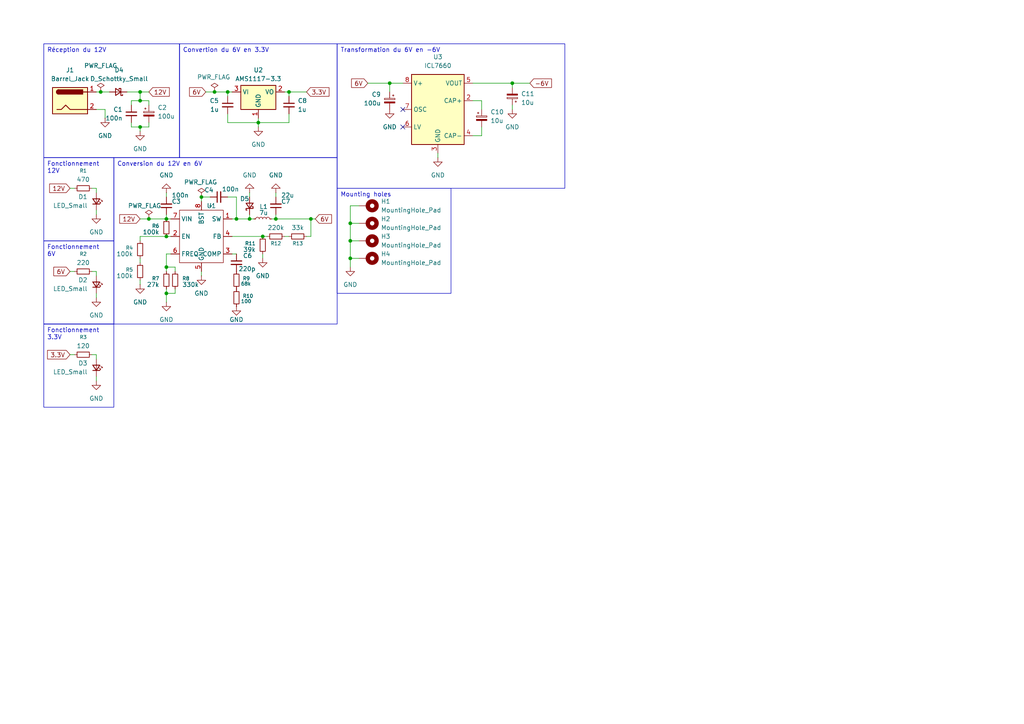
<source format=kicad_sch>
(kicad_sch (version 20250114) (generator "eeschema") (generator_version "9.0")
  (paper "A4")
  (lib_symbols
    (symbol "Connector:Barrel_Jack" (pin_names (offset 1.016))
      (property "Reference" "J" (at 0 5.334 0))
      (property "Value" "Barrel_Jack" (at 0 -5.08 0))
      (symbol "Barrel_Jack_0_1"
        (rectangle (start -5.08 3.81) (end 5.08 -3.81) (stroke (width 0.254)) (fill (type background)))
        (polyline (pts (xy -3.81 -2.54) (xy -2.54 -2.54) (xy -1.27 -1.27) (xy 0 -2.54) (xy 2.54 -2.54) (xy 5.08 -2.54)) (stroke (width 0.254)))
        (arc (start -3.302 1.905) (mid -3.9343 2.54) (end -3.302 3.175) (stroke (width 0.254)))
        (arc (start -3.302 1.905) (mid -3.9343 2.54) (end -3.302 3.175) (stroke (width 0.254)) (fill (type outline)))
        (rectangle (start 3.683 3.175) (end -3.302 1.905) (stroke (width 0.254)) (fill (type outline)))
        (polyline (pts (xy 5.08 2.54) (xy 3.81 2.54)) (stroke (width 0.254)))
      )
      (symbol "Barrel_Jack_1_1"
        (pin passive line (at 7.62 2.54 180) (length 2.54) (name "~") (number "1"))
        (pin passive line (at 7.62 -2.54 180) (length 2.54) (name "~") (number "2"))
      )
    )
    (symbol "Custom_library:MP1584"
      (property "Reference" "U" (at -9.398 10.922 0))
      (symbol "MP1584_0_1"
        (polyline (pts (xy 0 7.62) (xy -6.35 7.62) (xy -6.35 -7.62) (xy 6.35 -7.62) (xy 6.35 7.62) (xy 0 7.62)))
      )
      (symbol "MP1584_1_1"
        (pin power_in line (at -8.89 5.08 0) (length 2.54) (name "VIN") (number "7"))
        (pin input line (at -8.89 0 0) (length 2.54) (name "EN") (number "2"))
        (pin input line (at -8.89 -5.08 0) (length 2.54) (name "FREQ") (number "6"))
        (pin power_in line (at 0 10.16 270) (length 2.54) (name "BST") (number "8"))
        (pin power_out line (at 0 -10.16 90) (length 2.54) (name "GND") (number "5"))
        (pin output line (at 8.89 5.08 180) (length 2.54) (name "SW") (number "1"))
        (pin input line (at 8.89 0 180) (length 2.54) (name "FB") (number "4"))
        (pin bidirectional line (at 8.89 -5.08 180) (length 2.54) (name "COMP") (number "3"))
      )
    )
    (symbol "Device:C_Polarized_Small" (pin_numbers (hide yes)) (pin_names (offset 0.254) (hide yes))
      (property "Reference" "C" (at 0.254 1.778 0))
      (property "Value" "C_Polarized_Small" (at 0.254 -2.032 0))
      (symbol "C_Polarized_Small_0_1"
        (rectangle (start -1.524 0.6858) (end 1.524 0.3048))
        (rectangle (start -1.524 -0.3048) (end 1.524 -0.6858) (fill (type outline)))
        (polyline (pts (xy -1.27 1.524) (xy -0.762 1.524)))
        (polyline (pts (xy -1.016 1.27) (xy -1.016 1.778)))
      )
      (symbol "C_Polarized_Small_1_1"
        (pin passive line (at 0 2.54 270) (length 1.8542) (name "~") (number "1"))
        (pin passive line (at 0 -2.54 90) (length 1.8542) (name "~") (number "2"))
      )
    )
    (symbol "Device:C_Small" (pin_numbers (hide yes)) (pin_names (offset 0.254) (hide yes))
      (property "Reference" "C" (at 0.254 1.778 0))
      (property "Value" "C_Small" (at 0.254 -2.032 0))
      (symbol "C_Small_0_1"
        (polyline (pts (xy -1.524 0.508) (xy 1.524 0.508)) (stroke (width 0.3048)))
        (polyline (pts (xy -1.524 -0.508) (xy 1.524 -0.508)) (stroke (width 0.3302)))
      )
      (symbol "C_Small_1_1"
        (pin passive line (at 0 2.54 270) (length 2.032) (name "~") (number "1"))
        (pin passive line (at 0 -2.54 90) (length 2.032) (name "~") (number "2"))
      )
    )
    (symbol "Device:D_Schottky_Small" (pin_numbers (hide yes)) (pin_names (offset 0.254) (hide yes))
      (property "Reference" "D" (at -1.27 2.032 0))
      (property "Value" "D_Schottky_Small" (at -7.112 -2.032 0))
      (symbol "D_Schottky_Small_0_1"
        (polyline (pts (xy -1.27 0.762) (xy -1.27 1.016) (xy -0.762 1.016) (xy -0.762 -1.016) (xy -0.254 -1.016) (xy -0.254 -0.762)) (stroke (width 0.254)))
        (polyline (pts (xy -0.762 0) (xy 0.762 0)))
        (polyline (pts (xy 0.762 -1.016) (xy -0.762 0) (xy 0.762 1.016) (xy 0.762 -1.016)) (stroke (width 0.254)))
      )
      (symbol "D_Schottky_Small_1_1"
        (pin passive line (at -2.54 0 0) (length 1.778) (name "K") (number "1"))
        (pin passive line (at 2.54 0 180) (length 1.778) (name "A") (number "2"))
      )
    )
    (symbol "Device:LED_Small" (pin_numbers (hide yes)) (pin_names (offset 0.254) (hide yes))
      (property "Reference" "D" (at -1.27 3.175 0))
      (property "Value" "LED_Small" (at -4.445 -2.54 0))
      (symbol "LED_Small_0_1"
        (polyline (pts (xy -0.762 -1.016) (xy -0.762 1.016)) (stroke (width 0.254)))
        (polyline (pts (xy 0 0.762) (xy -0.508 1.27) (xy -0.254 1.27) (xy -0.508 1.27) (xy -0.508 1.016)))
        (polyline (pts (xy 0.508 1.27) (xy 0 1.778) (xy 0.254 1.778) (xy 0 1.778) (xy 0 1.524)))
        (polyline (pts (xy 0.762 -1.016) (xy -0.762 0) (xy 0.762 1.016) (xy 0.762 -1.016)) (stroke (width 0.254)))
        (polyline (pts (xy 1.016 0) (xy -0.762 0)))
      )
      (symbol "LED_Small_1_1"
        (pin passive line (at -2.54 0 0) (length 1.778) (name "K") (number "1"))
        (pin passive line (at 2.54 0 180) (length 1.778) (name "A") (number "2"))
      )
    )
    (symbol "Device:L_Small" (pin_numbers (hide yes)) (pin_names (offset 0.254) (hide yes))
      (property "Reference" "L" (at 0.762 1.016 0))
      (property "Value" "L_Small" (at 0.762 -1.016 0))
      (symbol "L_Small_0_1"
        (arc (start 0 2.032) (mid 0.5058 1.524) (end 0 1.016))
        (arc (start 0 1.016) (mid 0.5058 0.508) (end 0 0))
        (arc (start 0 0) (mid 0.5058 -0.508) (end 0 -1.016))
        (arc (start 0 -1.016) (mid 0.5058 -1.524) (end 0 -2.032))
      )
      (symbol "L_Small_1_1"
        (pin passive line (at 0 2.54 270) (length 0.508) (name "~") (number "1"))
        (pin passive line (at 0 -2.54 90) (length 0.508) (name "~") (number "2"))
      )
    )
    (symbol "Device:R_Small" (pin_numbers (hide yes)) (pin_names (offset 0.254) (hide yes))
      (property "Reference" "R" (at 0 0 90))
      (property "Value" "R_Small" (at 1.778 0 90))
      (symbol "R_Small_0_1"
        (rectangle (start -0.762 1.778) (end 0.762 -1.778) (stroke (width 0.2032)))
      )
      (symbol "R_Small_1_1"
        (pin passive line (at 0 2.54 270) (length 0.762) (name "~") (number "1"))
        (pin passive line (at 0 -2.54 90) (length 0.762) (name "~") (number "2"))
      )
    )
    (symbol "Mechanical:MountingHole_Pad" (pin_numbers (hide yes)) (pin_names (offset 1.016) (hide yes)) (in_bom no)
      (property "Reference" "H" (at 0 6.35 0))
      (property "Value" "MountingHole_Pad" (at 0 4.445 0))
      (symbol "MountingHole_Pad_0_1"
        (circle (center 0 1.27) (radius 1.27) (stroke (width 1.27)))
      )
      (symbol "MountingHole_Pad_1_1"
        (pin input line (at 0 -2.54 90) (length 2.54) (name "1") (number "1"))
      )
    )
    (symbol "Regulator_Linear:AMS1117-3.3"
      (property "Reference" "U" (at -3.81 3.175 0))
      (property "Value" "AMS1117-3.3" (at 0 3.175 0))
      (symbol "AMS1117-3.3_0_1"
        (rectangle (start -5.08 -5.08) (end 5.08 1.905) (stroke (width 0.254)) (fill (type background)))
      )
      (symbol "AMS1117-3.3_1_1"
        (pin power_in line (at -7.62 0 0) (length 2.54) (name "VI") (number "3"))
        (pin power_in line (at 0 -7.62 90) (length 2.54) (name "GND") (number "1"))
        (pin power_out line (at 7.62 0 180) (length 2.54) (name "VO") (number "2"))
      )
    )
    (symbol "Regulator_SwitchedCapacitor:ICL7660"
      (property "Reference" "U" (at -6.35 11.43 0))
      (property "Value" "ICL7660" (at 3.81 11.43 0))
      (symbol "ICL7660_0_1"
        (rectangle (start -7.62 10.16) (end 7.62 -10.16) (stroke (width 0.254)) (fill (type background)))
      )
      (symbol "ICL7660_1_1"
        (pin power_in line (at -10.16 7.62 0) (length 2.54) (name "V+") (number "8"))
        (pin input line (at -10.16 0 0) (length 2.54) (name "OSC") (number "7"))
        (pin input line (at -10.16 -5.08 0) (length 2.54) (name "LV") (number "6"))
        (pin no_connect line (at -7.62 5.08 0) (length 2.54) (hide yes) (name "NC") (number "1"))
        (pin power_in line (at 0 -12.7 90) (length 2.54) (name "GND") (number "3"))
        (pin power_out line (at 10.16 7.62 180) (length 2.54) (name "VOUT") (number "5"))
        (pin input line (at 10.16 2.54 180) (length 2.54) (name "CAP+") (number "2"))
        (pin input line (at 10.16 -7.62 180) (length 2.54) (name "CAP-") (number "4"))
      )
    )
    (symbol "power:GND" (power) (pin_numbers (hide yes)) (pin_names (offset 0) (hide yes))
      (property "Value" "GND" (at 0 -3.81 0))
      (symbol "GND_0_1"
        (polyline (pts (xy 0 0) (xy 0 -1.27) (xy 1.27 -1.27) (xy 0 -2.54) (xy -1.27 -1.27) (xy 0 -1.27)))
      )
      (symbol "GND_1_1"
        (pin power_in line (at 0 0 270) (length 0) (name "~") (number "1"))
      )
    )
    (symbol "power:PWR_FLAG" (power) (pin_numbers (hide yes)) (pin_names (offset 0) (hide yes))
      (property "Value" "PWR_FLAG" (at 0 3.81 0))
      (symbol "PWR_FLAG_0_0"
        (pin power_out line (at 0 0 90) (length 0) (name "~") (number "1"))
      )
      (symbol "PWR_FLAG_0_1"
        (polyline (pts (xy 0 0) (xy 0 1.27) (xy -1.016 1.905) (xy 0 2.54) (xy 1.016 1.905) (xy 0 1.27)))
      )
    )
  )
  (text_box "Mounting holes" (at 97.79 54.61 0) (size 33.02 30.48) (margins 0.9525 0.9525 0.9525 0.9525) (effects (font (size 1.27 1.27)) (justify left top)))
  (text_box "Conversion du 12V en 6V" (at 33.02 45.72 0) (size 64.77 48.26) (margins 0.9525 0.9525 0.9525 0.9525) (effects (font (size 1.27 1.27)) (justify left top)))
  (text_box "Fonctionnement 6V" (at 12.7 69.85 0) (size 20.32 24.13) (margins 0.9525 0.9525 0.9525 0.9525) (effects (font (size 1.27 1.27)) (justify left top)))
  (text_box "Fonctionnement 12V" (at 12.7 45.72 0) (size 20.32 24.13) (margins 0.9525 0.9525 0.9525 0.9525) (effects (font (size 1.27 1.27)) (justify left top)))
  (text_box "Transformation du 6V en -6V" (at 97.79 12.7 0) (size 66.04 41.91) (margins 0.9525 0.9525 0.9525 0.9525) (effects (font (size 1.27 1.27)) (justify left top)))
  (text_box "Réception du 12V" (at 12.7 12.7 0) (size 39.37 33.02) (margins 0.9525 0.9525 0.9525 0.9525) (effects (font (size 1.27 1.27)) (justify left top)))
  (text_box "Convertion du 6V en 3.3V" (at 52.07 12.7 0) (size 45.72 33.02) (margins 0.9525 0.9525 0.9525 0.9525) (effects (font (size 1.27 1.27)) (justify left top)))
  (text_box "Fonctionnement 3.3V" (at 12.7 93.98 0) (size 20.32 24.13) (margins 0.9525 0.9525 0.9525 0.9525) (effects (font (size 1.27 1.27)) (justify left top)))
  (junction (at 148.59 24.13))
  (junction (at 48.26 63.5))
  (junction (at 58.42 57.15))
  (junction (at 76.2 68.58))
  (junction (at 101.6 64.77))
  (junction (at 90.17 63.5))
  (junction (at 113.03 24.13))
  (junction (at 68.58 63.5))
  (junction (at 48.26 68.58))
  (junction (at 66.04 26.67))
  (junction (at 43.18 63.5))
  (junction (at 101.6 69.85))
  (junction (at 48.26 77.47))
  (junction (at 80.01 63.5))
  (junction (at 40.64 26.67))
  (junction (at 74.93 35.56))
  (junction (at 40.64 36.83))
  (junction (at 40.64 29.21))
  (junction (at 83.82 26.67))
  (junction (at 48.26 85.09))
  (junction (at 62.23 26.67))
  (junction (at 72.39 63.5))
  (junction (at 29.21 26.67))
  (junction (at 101.6 74.93))
  (no_connect (at 116.84 36.83))
  (no_connect (at 116.84 31.75))
  (wire (pts (xy 80.01 63.5) (xy 90.17 63.5)))
  (wire (pts (xy 148.59 30.48) (xy 148.59 31.75)))
  (wire (pts (xy 38.1 29.21) (xy 40.64 29.21)))
  (wire (pts (xy 137.16 39.37) (xy 139.7 39.37)))
  (wire (pts (xy 38.1 36.83) (xy 40.64 36.83)))
  (wire (pts (xy 20.32 54.61) (xy 21.59 54.61)))
  (wire (pts (xy 36.83 26.67) (xy 40.64 26.67)))
  (wire (pts (xy 38.1 29.21) (xy 38.1 30.48)))
  (wire (pts (xy 101.6 64.77) (xy 101.6 69.85)))
  (wire (pts (xy 74.93 34.29) (xy 74.93 35.56)))
  (wire (pts (xy 48.26 85.09) (xy 50.8 85.09)))
  (wire (pts (xy 82.55 68.58) (xy 83.82 68.58)))
  (wire (pts (xy 48.26 57.15) (xy 48.26 55.88)))
  (wire (pts (xy 27.94 78.74) (xy 26.67 78.74)))
  (wire (pts (xy 27.94 31.75) (xy 30.48 31.75)))
  (wire (pts (xy 43.18 35.56) (xy 43.18 36.83)))
  (wire (pts (xy 127 44.45) (xy 127 45.72)))
  (wire (pts (xy 82.55 26.67) (xy 83.82 26.67)))
  (wire (pts (xy 66.04 26.67) (xy 66.04 27.94)))
  (wire (pts (xy 72.39 63.5) (xy 73.66 63.5)))
  (wire (pts (xy 27.94 54.61) (xy 26.67 54.61)))
  (wire (pts (xy 104.14 69.85) (xy 101.6 69.85)))
  (wire (pts (xy 80.01 57.15) (xy 80.01 55.88)))
  (wire (pts (xy 67.31 73.66) (xy 68.58 73.66)))
  (wire (pts (xy 83.82 27.94) (xy 83.82 26.67)))
  (wire (pts (xy 27.94 80.01) (xy 27.94 78.74)))
  (wire (pts (xy 67.31 26.67) (xy 66.04 26.67)))
  (wire (pts (xy 48.26 73.66) (xy 49.53 73.66)))
  (wire (pts (xy 139.7 31.75) (xy 139.7 29.21)))
  (wire (pts (xy 113.03 26.67) (xy 113.03 24.13)))
  (wire (pts (xy 137.16 29.21) (xy 139.7 29.21)))
  (wire (pts (xy 72.39 62.23) (xy 72.39 63.5)))
  (wire (pts (xy 66.04 35.56) (xy 74.93 35.56)))
  (wire (pts (xy 72.39 63.5) (xy 68.58 63.5)))
  (wire (pts (xy 27.94 55.88) (xy 27.94 54.61)))
  (wire (pts (xy 27.94 102.87) (xy 26.67 102.87)))
  (wire (pts (xy 48.26 78.74) (xy 48.26 77.47)))
  (wire (pts (xy 50.8 78.74) (xy 50.8 77.47)))
  (wire (pts (xy 40.64 29.21) (xy 43.18 29.21)))
  (wire (pts (xy 48.26 77.47) (xy 50.8 77.47)))
  (wire (pts (xy 27.94 26.67) (xy 29.21 26.67)))
  (wire (pts (xy 101.6 74.93) (xy 104.14 74.93)))
  (wire (pts (xy 83.82 33.02) (xy 83.82 35.56)))
  (wire (pts (xy 40.64 36.83) (xy 40.64 38.1)))
  (wire (pts (xy 29.21 26.67) (xy 31.75 26.67)))
  (wire (pts (xy 48.26 77.47) (xy 48.26 73.66)))
  (wire (pts (xy 40.64 81.28) (xy 40.64 82.55)))
  (wire (pts (xy 106.68 24.13) (xy 113.03 24.13)))
  (wire (pts (xy 27.94 60.96) (xy 27.94 62.23)))
  (wire (pts (xy 20.32 102.87) (xy 21.59 102.87)))
  (wire (pts (xy 88.9 68.58) (xy 90.17 68.58)))
  (wire (pts (xy 48.26 85.09) (xy 48.26 87.63)))
  (wire (pts (xy 27.94 104.14) (xy 27.94 102.87)))
  (wire (pts (xy 148.59 25.4) (xy 148.59 24.13)))
  (wire (pts (xy 67.31 68.58) (xy 76.2 68.58)))
  (wire (pts (xy 40.64 68.58) (xy 48.26 68.58)))
  (wire (pts (xy 48.26 68.58) (xy 49.53 68.58)))
  (wire (pts (xy 40.64 74.93) (xy 40.64 76.2)))
  (wire (pts (xy 76.2 74.93) (xy 76.2 73.66)))
  (wire (pts (xy 76.2 68.58) (xy 77.47 68.58)))
  (wire (pts (xy 40.64 36.83) (xy 43.18 36.83)))
  (wire (pts (xy 78.74 63.5) (xy 80.01 63.5)))
  (wire (pts (xy 40.64 68.58) (xy 40.64 69.85)))
  (wire (pts (xy 74.93 35.56) (xy 83.82 35.56)))
  (wire (pts (xy 68.58 63.5) (xy 67.31 63.5)))
  (wire (pts (xy 90.17 63.5) (xy 91.44 63.5)))
  (wire (pts (xy 20.32 78.74) (xy 21.59 78.74)))
  (wire (pts (xy 27.94 85.09) (xy 27.94 86.36)))
  (wire (pts (xy 48.26 83.82) (xy 48.26 85.09)))
  (wire (pts (xy 68.58 57.15) (xy 68.58 63.5)))
  (wire (pts (xy 101.6 77.47) (xy 101.6 74.93)))
  (wire (pts (xy 48.26 63.5) (xy 49.53 63.5)))
  (wire (pts (xy 58.42 58.42) (xy 58.42 57.15)))
  (wire (pts (xy 66.04 33.02) (xy 66.04 35.56)))
  (wire (pts (xy 137.16 24.13) (xy 148.59 24.13)))
  (wire (pts (xy 113.03 24.13) (xy 116.84 24.13)))
  (wire (pts (xy 66.04 57.15) (xy 68.58 57.15)))
  (wire (pts (xy 101.6 69.85) (xy 101.6 74.93)))
  (wire (pts (xy 74.93 35.56) (xy 74.93 36.83)))
  (wire (pts (xy 58.42 57.15) (xy 60.96 57.15)))
  (wire (pts (xy 104.14 64.77) (xy 101.6 64.77)))
  (wire (pts (xy 90.17 68.58) (xy 90.17 63.5)))
  (wire (pts (xy 48.26 62.23) (xy 48.26 63.5)))
  (wire (pts (xy 43.18 30.48) (xy 43.18 29.21)))
  (wire (pts (xy 43.18 63.5) (xy 48.26 63.5)))
  (wire (pts (xy 72.39 55.88) (xy 72.39 57.15)))
  (wire (pts (xy 27.94 109.22) (xy 27.94 110.49)))
  (wire (pts (xy 139.7 36.83) (xy 139.7 39.37)))
  (wire (pts (xy 80.01 62.23) (xy 80.01 63.5)))
  (wire (pts (xy 40.64 26.67) (xy 43.18 26.67)))
  (wire (pts (xy 50.8 83.82) (xy 50.8 85.09)))
  (wire (pts (xy 40.64 63.5) (xy 43.18 63.5)))
  (wire (pts (xy 58.42 78.74) (xy 58.42 80.01)))
  (wire (pts (xy 104.14 59.69) (xy 101.6 59.69)))
  (wire (pts (xy 148.59 24.13) (xy 153.67 24.13)))
  (wire (pts (xy 30.48 31.75) (xy 30.48 34.29)))
  (wire (pts (xy 40.64 26.67) (xy 40.64 29.21)))
  (wire (pts (xy 62.23 26.67) (xy 66.04 26.67)))
  (wire (pts (xy 101.6 59.69) (xy 101.6 64.77)))
  (wire (pts (xy 83.82 26.67) (xy 88.9 26.67)))
  (wire (pts (xy 59.69 26.67) (xy 62.23 26.67)))
  (wire (pts (xy 38.1 35.56) (xy 38.1 36.83)))
  (global_label "12V" (shape input) (at 20.32 54.61 180) (property "Intersheetrefs" "${INTERSHEET_REFS}" (effects (hide yes))))
  (global_label "6V" (shape input) (at 20.32 78.74 180) (property "Intersheetrefs" "${INTERSHEET_REFS}" (effects (hide yes))))
  (global_label "-6V" (shape input) (at 153.67 24.13 0) (property "Intersheetrefs" "${INTERSHEET_REFS}" (effects (hide yes))))
  (global_label "12V" (shape input) (at 43.18 26.67 0) (property "Intersheetrefs" "${INTERSHEET_REFS}" (effects (hide yes))))
  (global_label "6V" (shape input) (at 91.44 63.5 0) (property "Intersheetrefs" "${INTERSHEET_REFS}" (effects (hide yes))))
  (global_label "12V" (shape input) (at 40.64 63.5 180) (property "Intersheetrefs" "${INTERSHEET_REFS}" (effects (hide yes))))
  (global_label "3.3V" (shape input) (at 20.32 102.87 180) (property "Intersheetrefs" "${INTERSHEET_REFS}" (effects (hide yes))))
  (global_label "6V" (shape input) (at 59.69 26.67 180) (property "Intersheetrefs" "${INTERSHEET_REFS}" (effects (hide yes))))
  (global_label "6V" (shape input) (at 106.68 24.13 180) (property "Intersheetrefs" "${INTERSHEET_REFS}" (effects (hide yes))))
  (global_label "3.3V" (shape input) (at 88.9 26.67 0) (property "Intersheetrefs" "${INTERSHEET_REFS}" (effects (hide yes))))
  (symbol (lib_id "Custom_library:MP1584") (at 58.42 68.58 0) (unit 1)
    (property "Reference" "U1" (at 59.944 59.69 0) (effects (justify left)))
    (property "Value" "~" (at 60.5633 59.69 0) (effects (justify left)))
    (property "Footprint" "Package_SO:SOIC-8-1EP_3.9x4.9mm_P1.27mm_EP2.29x3mm" (effects (hide yes)))
  )
  (symbol (lib_id "power:PWR_FLAG") (at 62.23 26.67 0) (unit 1)
    (property "Reference" "#FLG04" (effects (hide yes)))
    (property "Value" "PWR_FLAG" (at 61.976 22.352 0))
    (property "Description" "Special symbol for telling ERC where power comes from" (effects (hide yes)))
  )
  (symbol (lib_id "power:GND") (at 27.94 110.49 0) (unit 1)
    (property "Reference" "#PWR03" (effects (hide yes)))
    (property "Value" "GND" (at 27.94 115.57 0))
    (property "Description" "Power symbol creates a global label with name \"GND\" , ground" (effects (hide yes)))
  )
  (symbol (lib_id "Mechanical:MountingHole_Pad") (at 106.68 69.85 270) (unit 1) (in_bom no)
    (property "Reference" "H3" (at 110.49 68.5799 90) (effects (justify left)))
    (property "Value" "MountingHole_Pad" (at 110.49 71.1199 90) (effects (justify left)))
    (property "Footprint" "MountingHole:MountingHole_3.2mm_M3_DIN965" (effects (hide yes)))
    (property "Description" "Mounting Hole with connection" (effects (hide yes)))
  )
  (symbol (lib_id "Device:R_Small") (at 68.58 86.36 0) (mirror y) (unit 1)
    (property "Reference" "R10" (at 70.358 85.852 0) (effects (font (size 1.016 1.016)) (justify right)))
    (property "Value" "100" (at 69.85 87.376 0) (effects (font (size 1.016 1.016)) (justify right)))
    (property "Footprint" "Resistor_SMD:R_0603_1608Metric_Pad0.98x0.95mm_HandSolder" (effects (hide yes)))
    (property "Description" "Resistor, small symbol" (effects (hide yes)))
  )
  (symbol (lib_id "Device:D_Schottky_Small") (at 72.39 59.69 90) (unit 1)
    (property "Reference" "D5" (at 69.596 57.658 90) (effects (justify right)))
    (property "Value" "D_Schottky_Small" (effects (hide yes)))
    (property "Footprint" "Diode_SMD:D_0603_1608Metric_Pad1.05x0.95mm_HandSolder" (effects (hide yes)))
    (property "Description" "Schottky diode, small symbol" (effects (hide yes)))
  )
  (symbol (lib_id "power:GND") (at 48.26 87.63 0) (unit 1)
    (property "Reference" "#PWR08" (effects (hide yes)))
    (property "Value" "GND" (at 48.26 92.71 0))
    (property "Description" "Power symbol creates a global label with name \"GND\" , ground" (effects (hide yes)))
  )
  (symbol (lib_id "power:GND") (at 76.2 74.93 0) (unit 1)
    (property "Reference" "#PWR013" (effects (hide yes)))
    (property "Value" "GND" (at 76.2 80.01 0))
    (property "Description" "Power symbol creates a global label with name \"GND\" , ground" (effects (hide yes)))
  )
  (symbol (lib_id "power:GND") (at 58.42 80.01 0) (unit 1)
    (property "Reference" "#PWR09" (effects (hide yes)))
    (property "Value" "GND" (at 58.42 85.09 0))
    (property "Description" "Power symbol creates a global label with name \"GND\" , ground" (effects (hide yes)))
  )
  (symbol (lib_id "Device:R_Small") (at 80.01 68.58 270) (unit 1)
    (property "Reference" "R12" (at 80.01 70.612 90) (effects (font (size 1.016 1.016))))
    (property "Value" "220k" (at 80.01 66.04 90))
    (property "Footprint" "Resistor_SMD:R_0603_1608Metric_Pad0.98x0.95mm_HandSolder" (effects (hide yes)))
    (property "Description" "Resistor, small symbol" (effects (hide yes)))
  )
  (symbol (lib_id "Device:LED_Small") (at 27.94 106.68 270) (mirror x) (unit 1)
    (property "Reference" "D3" (at 25.4 105.3464 90) (effects (justify right)))
    (property "Value" "LED_Small" (at 25.4 107.8864 90) (effects (justify right)))
    (property "Footprint" "LED_SMD:LED_0603_1608Metric_Pad1.05x0.95mm_HandSolder" (effects (hide yes)))
    (property "Description" "Light emitting diode, small symbol" (effects (hide yes)))
    (property "Sim.Pin" "1=K 2=A" (effects (hide yes)))
  )
  (symbol (lib_id "Device:R_Small") (at 68.58 81.28 0) (mirror y) (unit 1)
    (property "Reference" "R9" (at 70.358 80.772 0) (effects (font (size 1.016 1.016)) (justify right)))
    (property "Value" "68k" (at 69.85 82.296 0) (effects (font (size 1.016 1.016)) (justify right)))
    (property "Footprint" "Resistor_SMD:R_0603_1608Metric_Pad0.98x0.95mm_HandSolder" (effects (hide yes)))
    (property "Description" "Resistor, small symbol" (effects (hide yes)))
  )
  (symbol (lib_id "Device:C_Small") (at 66.04 30.48 0) (mirror y) (unit 1)
    (property "Reference" "C5" (at 63.5 29.2162 0) (effects (justify left)))
    (property "Value" "1u" (at 63.5 31.7562 0) (effects (justify left)))
    (property "Footprint" "Capacitor_SMD:C_0603_1608Metric_Pad1.08x0.95mm_HandSolder" (effects (hide yes)))
    (property "Description" "Unpolarized capacitor, small symbol" (effects (hide yes)))
  )
  (symbol (lib_id "power:GND") (at 48.26 55.88 180) (unit 1)
    (property "Reference" "#PWR07" (effects (hide yes)))
    (property "Value" "GND" (at 48.26 50.8 0))
    (property "Description" "Power symbol creates a global label with name \"GND\" , ground" (effects (hide yes)))
  )
  (symbol (lib_id "Device:R_Small") (at 76.2 71.12 0) (mirror x) (unit 1)
    (property "Reference" "R11" (at 74.168 70.612 0) (effects (font (size 1.016 1.016)) (justify right)))
    (property "Value" "39k" (at 74.168 72.39 0) (effects (justify right)))
    (property "Footprint" "Resistor_SMD:R_0603_1608Metric_Pad0.98x0.95mm_HandSolder" (effects (hide yes)))
    (property "Description" "Resistor, small symbol" (effects (hide yes)))
  )
  (symbol (lib_id "Device:D_Schottky_Small") (at 34.29 26.67 180) (unit 1)
    (property "Reference" "D4" (at 34.544 20.32 0))
    (property "Value" "D_Schottky_Small" (at 34.544 22.86 0))
    (property "Footprint" "Diode_SMD:D_0603_1608Metric_Pad1.05x0.95mm_HandSolder" (effects (hide yes)))
    (property "Description" "Schottky diode, small symbol" (effects (hide yes)))
  )
  (symbol (lib_id "power:GND") (at 27.94 62.23 0) (unit 1)
    (property "Reference" "#PWR01" (effects (hide yes)))
    (property "Value" "GND" (at 27.94 67.31 0))
    (property "Description" "Power symbol creates a global label with name \"GND\" , ground" (effects (hide yes)))
  )
  (symbol (lib_id "power:GND") (at 30.48 34.29 0) (unit 1)
    (property "Reference" "#PWR04" (effects (hide yes)))
    (property "Value" "GND" (at 30.48 39.37 0))
    (property "Description" "Power symbol creates a global label with name \"GND\" , ground" (effects (hide yes)))
  )
  (symbol (lib_id "power:PWR_FLAG") (at 43.18 63.5 0) (unit 1)
    (property "Reference" "#FLG02" (effects (hide yes)))
    (property "Value" "PWR_FLAG" (at 41.91 59.69 0))
    (property "Description" "Special symbol for telling ERC where power comes from" (effects (hide yes)))
  )
  (symbol (lib_id "power:GND") (at 27.94 86.36 0) (unit 1)
    (property "Reference" "#PWR02" (effects (hide yes)))
    (property "Value" "GND" (at 27.94 91.44 0))
    (property "Description" "Power symbol creates a global label with name \"GND\" , ground" (effects (hide yes)))
  )
  (symbol (lib_id "Device:C_Small") (at 83.82 30.48 0) (unit 1)
    (property "Reference" "C8" (at 86.36 29.2162 0) (effects (justify left)))
    (property "Value" "1u" (at 86.36 31.7562 0) (effects (justify left)))
    (property "Footprint" "Capacitor_SMD:C_0603_1608Metric_Pad1.08x0.95mm_HandSolder" (effects (hide yes)))
    (property "Description" "Unpolarized capacitor, small symbol" (effects (hide yes)))
  )
  (symbol (lib_id "Regulator_Linear:AMS1117-3.3") (at 74.93 26.67 0) (unit 1)
    (property "Reference" "U2" (at 74.93 20.32 0))
    (property "Value" "AMS1117-3.3" (at 74.93 22.86 0))
    (property "Footprint" "Package_TO_SOT_SMD:SOT-223-3_TabPin2" (effects (hide yes)))
    (property "Datasheet" "http://www.advanced-monolithic.com/pdf/ds1117.pdf" (effects (hide yes)))
    (property "Description" "1A Low Dropout regulator, positive, 3.3V fixed output, SOT-223" (effects (hide yes)))
  )
  (symbol (lib_id "power:PWR_FLAG") (at 29.21 26.67 0) (unit 1)
    (property "Reference" "#FLG01" (effects (hide yes)))
    (property "Value" "PWR_FLAG" (at 29.21 19.05 0))
    (property "Description" "Special symbol for telling ERC where power comes from" (effects (hide yes)))
  )
  (symbol (lib_id "Device:R_Small") (at 40.64 78.74 0) (mirror x) (unit 1)
    (property "Reference" "R5" (at 38.608 78.232 0) (effects (font (size 1.016 1.016)) (justify right)))
    (property "Value" "100k" (at 38.608 80.01 0) (effects (justify right)))
    (property "Footprint" "Resistor_SMD:R_0603_1608Metric_Pad0.98x0.95mm_HandSolder" (effects (hide yes)))
    (property "Description" "Resistor, small symbol" (effects (hide yes)))
  )
  (symbol (lib_id "power:GND") (at 127 45.72 0) (unit 1)
    (property "Reference" "#PWR017" (effects (hide yes)))
    (property "Value" "GND" (at 127 50.8 0))
    (property "Description" "Power symbol creates a global label with name \"GND\" , ground" (effects (hide yes)))
  )
  (symbol (lib_id "Device:R_Small") (at 48.26 66.04 0) (mirror x) (unit 1)
    (property "Reference" "R6" (at 46.228 65.532 0) (effects (font (size 1.016 1.016)) (justify right)))
    (property "Value" "100k" (at 46.228 67.31 0) (effects (justify right)))
    (property "Footprint" "Resistor_SMD:R_0603_1608Metric_Pad0.98x0.95mm_HandSolder" (effects (hide yes)))
    (property "Description" "Resistor, small symbol" (effects (hide yes)))
  )
  (symbol (lib_id "Device:C_Polarized_Small") (at 113.03 29.21 0) (mirror y) (unit 1)
    (property "Reference" "C9" (at 110.49 27.3938 0) (effects (justify left)))
    (property "Value" "100u" (at 110.49 29.9338 0) (effects (justify left)))
    (property "Footprint" "Capacitor_SMD:C_0603_1608Metric_Pad1.08x0.95mm_HandSolder" (effects (hide yes)))
    (property "Description" "Polarized capacitor, small symbol" (effects (hide yes)))
  )
  (symbol (lib_id "Device:L_Small") (at 76.2 63.5 90) (unit 1)
    (property "Reference" "L1" (at 76.454 59.944 90))
    (property "Value" "7u" (at 76.454 61.722 90))
    (property "Footprint" "Inductor_SMD:L_0805_2012Metric_Pad1.05x1.20mm_HandSolder" (effects (hide yes)))
    (property "Description" "Inductor, small symbol" (effects (hide yes)))
  )
  (symbol (lib_id "power:GND") (at 40.64 82.55 0) (unit 1)
    (property "Reference" "#PWR06" (effects (hide yes)))
    (property "Value" "GND" (at 40.64 87.63 0))
    (property "Description" "Power symbol creates a global label with name \"GND\" , ground" (effects (hide yes)))
  )
  (symbol (lib_id "Mechanical:MountingHole_Pad") (at 106.68 59.69 270) (unit 1) (in_bom no)
    (property "Reference" "H1" (at 110.49 58.4199 90) (effects (justify left)))
    (property "Value" "MountingHole_Pad" (at 110.49 60.9599 90) (effects (justify left)))
    (property "Footprint" "MountingHole:MountingHole_3.2mm_M3_DIN965" (effects (hide yes)))
    (property "Description" "Mounting Hole with connection" (effects (hide yes)))
  )
  (symbol (lib_id "Mechanical:MountingHole_Pad") (at 106.68 64.77 270) (unit 1) (in_bom no)
    (property "Reference" "H2" (at 110.49 63.4999 90) (effects (justify left)))
    (property "Value" "MountingHole_Pad" (at 110.49 66.0399 90) (effects (justify left)))
    (property "Footprint" "MountingHole:MountingHole_3.2mm_M3_DIN965" (effects (hide yes)))
    (property "Description" "Mounting Hole with connection" (effects (hide yes)))
  )
  (symbol (lib_id "Device:LED_Small") (at 27.94 82.55 270) (mirror x) (unit 1)
    (property "Reference" "D2" (at 25.4 81.2164 90) (effects (justify right)))
    (property "Value" "LED_Small" (at 25.4 83.7564 90) (effects (justify right)))
    (property "Footprint" "LED_SMD:LED_0603_1608Metric_Pad1.05x0.95mm_HandSolder" (effects (hide yes)))
    (property "Description" "Light emitting diode, small symbol" (effects (hide yes)))
    (property "Sim.Pin" "1=K 2=A" (effects (hide yes)))
  )
  (symbol (lib_id "Device:R_Small") (at 48.26 81.28 0) (mirror x) (unit 1)
    (property "Reference" "R7" (at 46.228 80.772 0) (effects (font (size 1.016 1.016)) (justify right)))
    (property "Value" "27k" (at 46.228 82.55 0) (effects (justify right)))
    (property "Footprint" "Resistor_SMD:R_0603_1608Metric_Pad0.98x0.95mm_HandSolder" (effects (hide yes)))
    (property "Description" "Resistor, small symbol" (effects (hide yes)))
  )
  (symbol (lib_id "Mechanical:MountingHole_Pad") (at 106.68 74.93 270) (unit 1) (in_bom no)
    (property "Reference" "H4" (at 110.49 73.6599 90) (effects (justify left)))
    (property "Value" "MountingHole_Pad" (at 110.49 76.1999 90) (effects (justify left)))
    (property "Footprint" "MountingHole:MountingHole_3.2mm_M3_DIN965" (effects (hide yes)))
    (property "Description" "Mounting Hole with connection" (effects (hide yes)))
  )
  (symbol (lib_id "power:GND") (at 68.58 88.9 0) (unit 1)
    (property "Reference" "#PWR010" (effects (hide yes)))
    (property "Value" "GND" (at 68.58 92.71 0))
    (property "Description" "Power symbol creates a global label with name \"GND\" , ground" (effects (hide yes)))
  )
  (symbol (lib_id "Device:R_Small") (at 24.13 102.87 90) (unit 1)
    (property "Reference" "R3" (at 24.13 97.79 90) (effects (font (size 1.016 1.016))))
    (property "Value" "120" (at 24.13 100.33 90))
    (property "Footprint" "Resistor_SMD:R_0603_1608Metric_Pad0.98x0.95mm_HandSolder" (effects (hide yes)))
    (property "Description" "Resistor, small symbol" (effects (hide yes)))
  )
  (symbol (lib_id "Device:C_Small") (at 48.26 59.69 0) (mirror x) (unit 1)
    (property "Reference" "C3" (at 49.784 58.42 0) (effects (justify left)))
    (property "Value" "100n" (at 49.784 56.642 0) (effects (justify left)))
    (property "Footprint" "Capacitor_SMD:C_0603_1608Metric_Pad1.08x0.95mm_HandSolder" (effects (hide yes)))
    (property "Description" "Unpolarized capacitor, small symbol" (effects (hide yes)))
  )
  (symbol (lib_id "Device:C_Small") (at 38.1 33.02 0) (mirror y) (unit 1)
    (property "Reference" "C1" (at 35.56 31.7562 0) (effects (justify left)))
    (property "Value" "100n" (at 35.56 34.2962 0) (effects (justify left)))
    (property "Footprint" "Capacitor_SMD:C_0603_1608Metric_Pad1.08x0.95mm_HandSolder" (effects (hide yes)))
    (property "Description" "Unpolarized capacitor, small symbol" (effects (hide yes)))
  )
  (symbol (lib_id "power:GND") (at 148.59 31.75 0) (unit 1)
    (property "Reference" "#PWR018" (effects (hide yes)))
    (property "Value" "GND" (at 148.59 36.83 0))
    (property "Description" "Power symbol creates a global label with name \"GND\" , ground" (effects (hide yes)))
  )
  (symbol (lib_id "Device:C_Polarized_Small") (at 148.59 27.94 180) (unit 1)
    (property "Reference" "C11" (at 151.13 27.216 0) (effects (justify right)))
    (property "Value" "10u" (at 151.13 29.756 0) (effects (justify right)))
    (property "Footprint" "Capacitor_SMD:C_0603_1608Metric_Pad1.08x0.95mm_HandSolder" (effects (hide yes)))
    (property "Description" "Polarized capacitor, small symbol" (effects (hide yes)))
  )
  (symbol (lib_id "Device:R_Small") (at 24.13 54.61 90) (unit 1)
    (property "Reference" "R1" (at 24.13 49.53 90) (effects (font (size 1.016 1.016))))
    (property "Value" "470" (at 24.13 52.07 90))
    (property "Footprint" "Resistor_SMD:R_0603_1608Metric_Pad0.98x0.95mm_HandSolder" (effects (hide yes)))
    (property "Description" "Resistor, small symbol" (effects (hide yes)))
  )
  (symbol (lib_id "power:GND") (at 113.03 31.75 0) (unit 1)
    (property "Reference" "#PWR016" (effects (hide yes)))
    (property "Value" "GND" (at 113.03 36.83 0))
    (property "Description" "Power symbol creates a global label with name \"GND\" , ground" (effects (hide yes)))
  )
  (symbol (lib_id "Device:R_Small") (at 24.13 78.74 90) (unit 1)
    (property "Reference" "R2" (at 24.13 73.66 90) (effects (font (size 1.016 1.016))))
    (property "Value" "220" (at 24.13 76.2 90))
    (property "Footprint" "Resistor_SMD:R_0603_1608Metric_Pad0.98x0.95mm_HandSolder" (effects (hide yes)))
    (property "Description" "Resistor, small symbol" (effects (hide yes)))
  )
  (symbol (lib_id "Device:C_Small") (at 63.5 57.15 90) (unit 1)
    (property "Reference" "C4" (at 61.976 55.118 90) (effects (justify left)))
    (property "Value" "100n" (at 69.342 54.864 90) (effects (justify left)))
    (property "Footprint" "Capacitor_SMD:C_0603_1608Metric_Pad1.08x0.95mm_HandSolder" (effects (hide yes)))
    (property "Description" "Unpolarized capacitor, small symbol" (effects (hide yes)))
  )
  (symbol (lib_id "power:GND") (at 40.64 38.1 0) (unit 1)
    (property "Reference" "#PWR05" (effects (hide yes)))
    (property "Value" "GND" (at 40.64 43.18 0))
    (property "Description" "Power symbol creates a global label with name \"GND\" , ground" (effects (hide yes)))
  )
  (symbol (lib_id "power:GND") (at 101.6 77.47 0) (unit 1)
    (property "Reference" "#PWR015" (effects (hide yes)))
    (property "Value" "GND" (at 101.6 82.55 0))
    (property "Description" "Power symbol creates a global label with name \"GND\" , ground" (effects (hide yes)))
  )
  (symbol (lib_id "Device:R_Small") (at 86.36 68.58 270) (unit 1)
    (property "Reference" "R13" (at 86.36 70.612 90) (effects (font (size 1.016 1.016))))
    (property "Value" "33k" (at 86.36 66.04 90))
    (property "Footprint" "Resistor_SMD:R_0603_1608Metric_Pad0.98x0.95mm_HandSolder" (effects (hide yes)))
    (property "Description" "Resistor, small symbol" (effects (hide yes)))
  )
  (symbol (lib_id "power:GND") (at 72.39 55.88 180) (unit 1)
    (property "Reference" "#PWR011" (effects (hide yes)))
    (property "Value" "GND" (at 72.39 50.8 0))
    (property "Description" "Power symbol creates a global label with name \"GND\" , ground" (effects (hide yes)))
  )
  (symbol (lib_id "Device:LED_Small") (at 27.94 58.42 270) (mirror x) (unit 1)
    (property "Reference" "D1" (at 25.4 57.0864 90) (effects (justify right)))
    (property "Value" "LED_Small" (at 25.4 59.6264 90) (effects (justify right)))
    (property "Footprint" "LED_SMD:LED_0603_1608Metric_Pad1.05x0.95mm_HandSolder" (effects (hide yes)))
    (property "Description" "Light emitting diode, small symbol" (effects (hide yes)))
    (property "Sim.Pin" "1=K 2=A" (effects (hide yes)))
  )
  (symbol (lib_id "power:GND") (at 74.93 36.83 0) (unit 1)
    (property "Reference" "#PWR012" (effects (hide yes)))
    (property "Value" "GND" (at 74.93 41.91 0))
    (property "Description" "Power symbol creates a global label with name \"GND\" , ground" (effects (hide yes)))
  )
  (symbol (lib_id "Device:C_Polarized_Small") (at 43.18 33.02 0) (unit 1)
    (property "Reference" "C2" (at 45.72 31.2038 0) (effects (justify left)))
    (property "Value" "100u" (at 45.72 33.7438 0) (effects (justify left)))
    (property "Footprint" "Capacitor_SMD:C_0603_1608Metric_Pad1.08x0.95mm_HandSolder" (effects (hide yes)))
    (property "Description" "Polarized capacitor, small symbol" (effects (hide yes)))
  )
  (symbol (lib_id "Connector:Barrel_Jack") (at 20.32 29.21 0) (unit 1)
    (property "Reference" "J1" (at 20.32 20.32 0))
    (property "Value" "Barrel_Jack" (at 20.32 22.86 0))
    (property "Footprint" "Connector_BarrelJack:BarrelJack_CUI_PJ-102AH_Horizontal" (effects (hide yes)))
    (property "Description" "DC Barrel Jack" (effects (hide yes)))
  )
  (symbol (lib_id "power:PWR_FLAG") (at 58.42 57.15 0) (unit 1)
    (property "Reference" "#FLG03" (effects (hide yes)))
    (property "Value" "PWR_FLAG" (at 58.166 52.832 0))
    (property "Description" "Special symbol for telling ERC where power comes from" (effects (hide yes)))
  )
  (symbol (lib_id "Device:C_Polarized_Small") (at 139.7 34.29 0) (unit 1)
    (property "Reference" "C10" (at 142.24 32.4738 0) (effects (justify left)))
    (property "Value" "10u" (at 142.24 35.0138 0) (effects (justify left)))
    (property "Footprint" "Capacitor_SMD:C_0603_1608Metric_Pad1.08x0.95mm_HandSolder" (effects (hide yes)))
    (property "Description" "Polarized capacitor, small symbol" (effects (hide yes)))
  )
  (symbol (lib_id "Device:R_Small") (at 40.64 72.39 0) (mirror x) (unit 1)
    (property "Reference" "R4" (at 38.608 71.882 0) (effects (font (size 1.016 1.016)) (justify right)))
    (property "Value" "100k" (at 38.608 73.66 0) (effects (justify right)))
    (property "Footprint" "Resistor_SMD:R_0603_1608Metric_Pad0.98x0.95mm_HandSolder" (effects (hide yes)))
    (property "Description" "Resistor, small symbol" (effects (hide yes)))
  )
  (symbol (lib_id "Device:C_Small") (at 80.01 59.69 0) (mirror x) (unit 1)
    (property "Reference" "C7" (at 81.534 58.42 0) (effects (justify left)))
    (property "Value" "22u" (at 81.534 56.642 0) (effects (justify left)))
    (property "Footprint" "Capacitor_SMD:C_0603_1608Metric_Pad1.08x0.95mm_HandSolder" (effects (hide yes)))
    (property "Description" "Unpolarized capacitor, small symbol" (effects (hide yes)))
  )
  (symbol (lib_id "Device:C_Small") (at 68.58 76.2 0) (mirror y) (unit 1)
    (property "Reference" "C6" (at 73.152 74.168 0) (effects (justify left)))
    (property "Value" "220p" (at 74.168 77.978 0) (effects (justify left)))
    (property "Footprint" "Capacitor_SMD:C_0603_1608Metric_Pad1.08x0.95mm_HandSolder" (effects (hide yes)))
    (property "Description" "Unpolarized capacitor, small symbol" (effects (hide yes)))
  )
  (symbol (lib_id "power:GND") (at 80.01 55.88 180) (unit 1)
    (property "Reference" "#PWR014" (effects (hide yes)))
    (property "Value" "GND" (at 80.01 50.8 0))
    (property "Description" "Power symbol creates a global label with name \"GND\" , ground" (effects (hide yes)))
  )
  (symbol (lib_id "Regulator_SwitchedCapacitor:ICL7660") (at 127 31.75 0) (unit 1)
    (property "Reference" "U3" (at 127 16.51 0))
    (property "Value" "ICL7660" (at 127 19.05 0))
    (property "Footprint" "Package_SO:SOIC-8-1EP_3.9x4.9mm_P1.27mm_EP2.29x3mm" (effects (hide yes)))
    (property "Datasheet" "http://datasheets.maximintegrated.com/en/ds/ICL7660-MAX1044.pdf" (effects (hide yes)))
    (property "Description" "Switched-Capacitor Voltage Converter, 1.5V to 10.0V operating supply voltage, 10mA with a 0.5V output drop, SO-8/DIP-8/µMAX-8/TO-99" (effects (hide yes)))
  )
  (symbol (lib_id "Device:R_Small") (at 50.8 81.28 180) (unit 1)
    (property "Reference" "R8" (at 52.832 80.772 0) (effects (font (size 1.016 1.016)) (justify right)))
    (property "Value" "330k" (at 52.832 82.55 0) (effects (justify right)))
    (property "Footprint" "Resistor_SMD:R_0603_1608Metric_Pad0.98x0.95mm_HandSolder" (effects (hide yes)))
    (property "Description" "Resistor, small symbol" (effects (hide yes)))
  )
)
</source>
